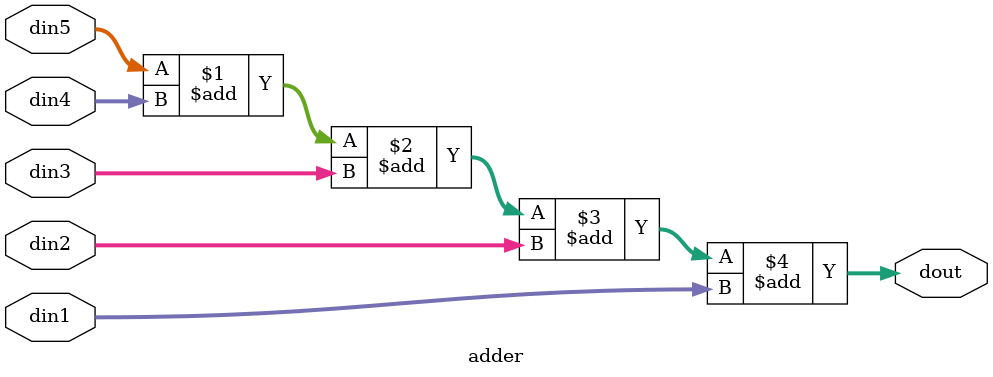
<source format=v>
module adder #(
	parameter input_width = 37, //for 32 bits input, change this for ne and ll
	parameter output_width = 40 //for 32 bits input
)(	
	input signed [input_width-1:0] din1,
	input signed [input_width-1:0] din2,
	input signed [input_width-1:0] din3,
	input signed [input_width-1:0] din4,
	input signed [input_width-1:0] din5,
	//input en,rst,clk, //pure comb logic
	//input wire data_valid //from the computing unit
	output signed [output_width-1:0] dout
	);

	assign dout = din5+din4+din3+din2+din1;
endmodule


</source>
